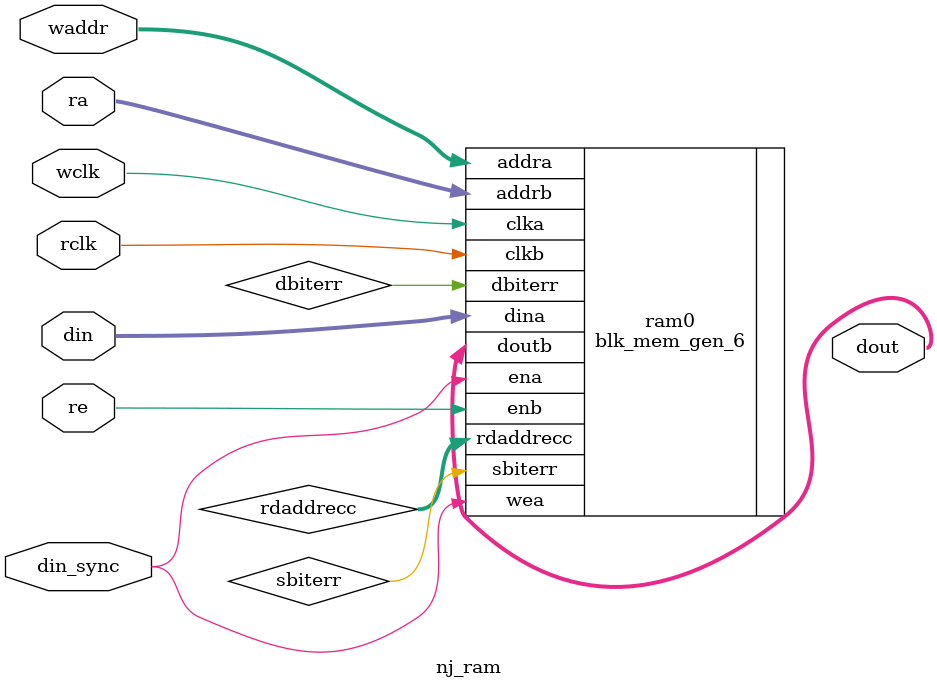
<source format=v>
`timescale 1ns / 1ps

module nj_ram(
wclk,
waddr,
din_sync,
din,
rclk,
re,
ra,
dout
    );

input wclk;
input [13:0]waddr;
input din_sync;
input [15:0]din;
input rclk;
input re;
input [13:0]ra;
output [15:0]dout;

wire sbiterr,dbiterr;
wire [13:0]rdaddrecc;

blk_mem_gen_6 ram0(
.clka(wclk),
.ena(din_sync),
.wea(din_sync),
.addra(waddr),
.dina(din),
.clkb(rclk),
.enb(re),
.addrb(ra),
.doutb(dout),
.sbiterr(sbiterr),
.dbiterr(dbiterr),
.rdaddrecc(rdaddrecc)
);
endmodule

</source>
